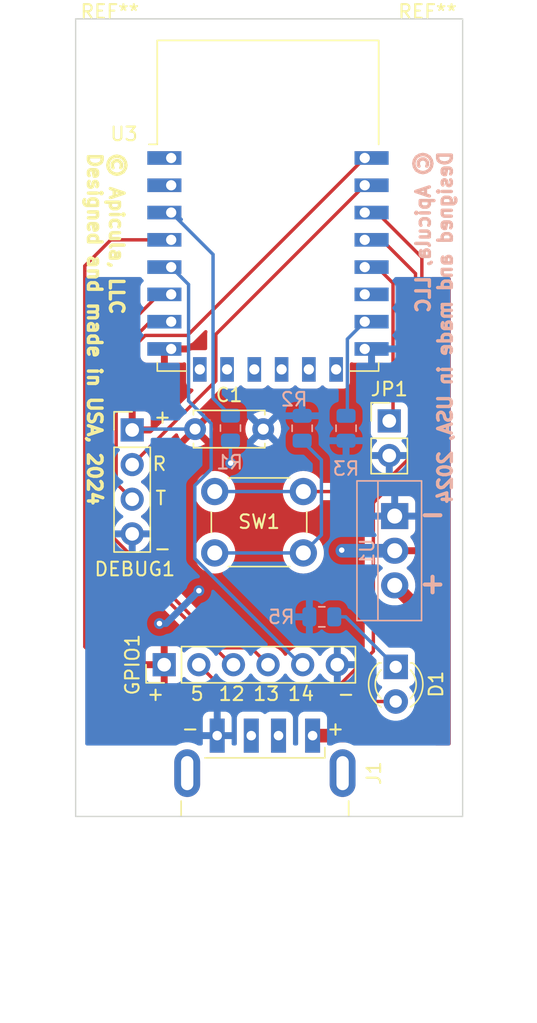
<source format=kicad_pcb>
(kicad_pcb (version 20240108) (generator "pcbnew") (generator_version "8.0")
  (layers (0 "F.Cu" signal) (31 "B.Cu" signal) (34 "B.Paste" user) (35 "F.Paste" user) (36 "B.SilkS" user "B.Silkscreen") (37 "F.SilkS" user "F.Silkscreen") (38 "B.Mask" user) (39 "F.Mask" user) (44 "Edge.Cuts" user))
  (net 0 "")
  (net 1 "GND")
  (net 2 "+3V3")
  (net 3 "Net-(D1-K)")
  (net 4 "+5V")
  (net 5 "Net-(D1-A)")
  (net 6 "Net-(DEBUG1-Pin_2)")
  (net 7 "Net-(R2-Pad2)")
  (net 8 "Net-(DEBUG1-Pin_3)")
  (net 9 "Net-(GPIO1-Pin_3)")
  (net 10 "Net-(GPIO1-Pin_4)")
  (net 11 "Net-(GPIO1-Pin_5)")
  (net 12 "Net-(GPIO1-Pin_2)")
  (net 15 "Net-(JP1-A)")
  (net 16 "Net-(U3-EN)")
  (net 17 "Net-(U3-GPIO15)")
  (net 18 "Net-(U3-GPIO4)")
  (footprint "Library:ESP-12E" (layer "F.Cu") (at 130.525 105.025)
    (property "Reference" "U3" (at -10.56 -5.26 0) (layer "F.SilkS"))
    (property "Value" "ESP-12F")
    (fp_line (start -8.12 -12.12) (end 8.12 -12.12) (stroke (width 0.12)) (layer "F.SilkS"))
    (fp_line (start -8.12 -4.5) (end -8.73 -4.5) (stroke (width 0.12)) (layer "F.SilkS"))
    (fp_line (start -8.12 -4.5) (end -8.12 -12.12) (stroke (width 0.12)) (layer "F.SilkS"))
    (fp_line (start -8.12 12.12) (end -8.12 11.5) (stroke (width 0.12)) (layer "F.SilkS"))
    (fp_line (start -6 12.12) (end -8.12 12.12) (stroke (width 0.12)) (layer "F.SilkS"))
    (fp_line (start 8.12 -12.12) (end 8.12 -4.5) (stroke (width 0.12)) (layer "F.SilkS"))
    (fp_line (start 8.12 11.5) (end 8.12 12.12) (stroke (width 0.12)) (layer "F.SilkS"))
    (fp_line (start 8.12 12.12) (end 6 12.12) (stroke (width 0.12)) (layer "F.SilkS"))
    (pad "1" thru_hole rect (at -7.1 -3.5) (size 2.5 1) (drill 0.75 (offset -0.5 0)) (layers "*.Cu" "*.Mask"))
    (pad "2" thru_hole rect (at -7.1 -1.5) (size 2.5 1) (drill 0.75 (offset -0.5 0)) (layers "*.Cu" "*.Mask"))
    (pad "3" thru_hole rect (at -7.1 0.5) (size 2.5 1) (drill 0.75 (offset -0.5 0)) (layers "*.Cu" "*.Mask") (net 16 "Net-(U3-EN)"))
    (pad "4" thru_hole rect (at -7.1 2.5) (size 2.5 1) (drill 0.75 (offset -0.5 0)) (layers "*.Cu" "*.Mask") (net 5 "Net-(D1-A)"))
    (pad "5" thru_hole rect (at -7.1 4.5) (size 2.5 1) (drill 0.75 (offset -0.5 0)) (layers "*.Cu" "*.Mask") (net 11 "Net-(GPIO1-Pin_5)"))
    (pad "6" thru_hole rect (at -7.1 6.5) (size 2.5 1) (drill 0.75 (offset -0.5 0)) (layers "*.Cu" "*.Mask") (net 9 "Net-(GPIO1-Pin_3)"))
    (pad "7" thru_hole rect (at -7.1 8.5) (size 2.5 1) (drill 0.75 (offset -0.5 0)) (layers "*.Cu" "*.Mask") (net 10 "Net-(GPIO1-Pin_4)"))
    (pad "8" thru_hole rect (at -7.1 10.5) (size 2.5 1) (drill 0.75 (offset -0.5 0)) (layers "*.Cu" "*.Mask") (net 2 "+3V3"))
    (pad "9" thru_hole rect (at -5 12) (size 1 1.8) (drill 0.75) (layers "*.Cu" "*.Mask"))
    (pad "10" thru_hole rect (at -3 12) (size 1 1.8) (drill 0.75) (layers "*.Cu" "*.Mask"))
    (pad "11" thru_hole rect (at -1 12) (size 1 1.8) (drill 0.75) (layers "*.Cu" "*.Mask"))
    (pad "12" thru_hole rect (at 1 12) (size 1 1.8) (drill 0.75) (layers "*.Cu" "*.Mask"))
    (pad "13" thru_hole rect (at 3 12) (size 1 1.8) (drill 0.75) (layers "*.Cu" "*.Mask"))
    (pad "14" thru_hole rect (at 5 12) (size 1 1.8) (drill 0.75) (layers "*.Cu" "*.Mask"))
    (pad "15" thru_hole rect (at 7.1 10.5) (size 2.5 1) (drill 0.75 (offset 0.5 0)) (layers "*.Cu" "*.Mask") (net 1 "GND"))
    (pad "16" thru_hole rect (at 7.1 8.5) (size 2.5 1) (drill 0.75 (offset 0.5 0)) (layers "*.Cu" "*.Mask") (net 17 "Net-(U3-GPIO15)"))
    (pad "17" thru_hole rect (at 7.1 6.5) (size 2.5 1) (drill 0.75 (offset 0.5 0)) (layers "*.Cu" "*.Mask"))
    (pad "18" thru_hole rect (at 7.1 4.5) (size 2.5 1) (drill 0.75 (offset 0.5 0)) (layers "*.Cu" "*.Mask") (net 15 "Net-(JP1-A)"))
    (pad "19" thru_hole rect (at 7.1 2.5) (size 2.5 1) (drill 0.75 (offset 0.5 0)) (layers "*.Cu" "*.Mask") (net 18 "Net-(U3-GPIO4)"))
    (pad "20" thru_hole rect (at 7.1 0.5) (size 2.5 1) (drill 0.75 (offset 0.5 0)) (layers "*.Cu" "*.Mask") (net 12 "Net-(GPIO1-Pin_2)"))
    (pad "21" thru_hole rect (at 7.1 -1.5) (size 2.5 1) (drill 0.75 (offset 0.5 0)) (layers "*.Cu" "*.Mask") (net 6 "Net-(DEBUG1-Pin_2)"))
    (pad "22" thru_hole rect (at 7.1 -3.5) (size 2.5 1) (drill 0.75 (offset 0.5 0)) (layers "*.Cu" "*.Mask") (net 8 "Net-(DEBUG1-Pin_3)"))
    (zone (net 0) (net_name "") (layers "*.Cu") (connect_pads (clearance 0)) (min_thickness 0.254)
      (keepout (tracks not_allowed) (vias not_allowed) (pads not_allowed) (copperpour not_allowed) (footprints not_allowed))
      (fill (thermal_gap 0.508) (thermal_bridge_width 0.508))
      (polygon (pts (xy 122.405 100.225) (xy 138.645 100.225) (xy 138.645 92.905) (xy 122.405 92.905)))
    )
  )
  (footprint "MountingHole:MountingHole_2.1mm" (layer "F.Cu") (at 118.92 93.99)
    (property "Reference" "REF**" (at 0 -3.2 0) (layer "F.SilkS"))
    (property "Value" "MountingHole_2.1mm")
    (pad "" np_thru_hole circle (at 0 0) (size 2.1 2.1) (drill 2.1) (layers "*.Cu" "*.Mask"))
  )
  (footprint "Button_Switch_THT:SW_PUSH_6mm" (layer "F.Cu") (at 126.62 125.98)
    (property "Reference" "SW1" (at 3.25 2.215657 0) (layer "F.SilkS"))
    (property "Value" "SETUP")
    (fp_line (start -0.25 1.5) (end -0.25 3) (stroke (width 0.12)) (layer "F.SilkS"))
    (fp_line (start 1 5.5) (end 5.5 5.5) (stroke (width 0.12)) (layer "F.SilkS"))
    (fp_line (start 5.5 -1) (end 1 -1) (stroke (width 0.12)) (layer "F.SilkS"))
    (fp_line (start 6.75 3) (end 6.75 1.5) (stroke (width 0.12)) (layer "F.SilkS"))
    (pad "1" thru_hole circle (at 0 0 90) (size 2 2) (drill 1.1) (layers "*.Cu" "*.Mask") (net 18 "Net-(U3-GPIO4)"))
    (pad "1" thru_hole circle (at 6.5 0 90) (size 2 2) (drill 1.1) (layers "*.Cu" "*.Mask") (net 18 "Net-(U3-GPIO4)"))
    (pad "2" thru_hole circle (at 0 4.5 90) (size 2 2) (drill 1.1) (layers "*.Cu" "*.Mask") (net 7 "Net-(R2-Pad2)"))
    (pad "2" thru_hole circle (at 6.5 4.5 90) (size 2 2) (drill 1.1) (layers "*.Cu" "*.Mask") (net 7 "Net-(R2-Pad2)"))
  )
  (footprint "Connector_PinHeader_2.54mm:PinHeader_1x02_P2.54mm_Vertical" (layer "F.Cu") (at 139.422747 120.800741)
    (property "Reference" "JP1" (at 0 -2.33 0) (layer "F.SilkS"))
    (property "Value" "FLASH")
    (fp_line (start -1.33 -1.33) (end 0 -1.33) (stroke (width 0.12)) (layer "F.SilkS"))
    (fp_line (start -1.33 0) (end -1.33 -1.33) (stroke (width 0.12)) (layer "F.SilkS"))
    (fp_line (start -1.33 1.27) (end -1.33 3.87) (stroke (width 0.12)) (layer "F.SilkS"))
    (fp_line (start -1.33 1.27) (end 1.33 1.27) (stroke (width 0.12)) (layer "F.SilkS"))
    (fp_line (start -1.33 3.87) (end 1.33 3.87) (stroke (width 0.12)) (layer "F.SilkS"))
    (fp_line (start 1.33 1.27) (end 1.33 3.87) (stroke (width 0.12)) (layer "F.SilkS"))
    (pad "1" thru_hole rect (at 0 0) (size 1.7 1.7) (drill 1) (layers "*.Cu" "*.Mask") (net 15 "Net-(JP1-A)"))
    (pad "2" thru_hole oval (at 0 2.54) (size 1.7 1.7) (drill 1) (layers "*.Cu" "*.Mask") (net 1 "GND"))
  )
  (footprint "Connector_USB:USB_A_CNCTech_1001-011-01101_Horizontal" (layer "F.Cu") (at 130.3 153.525 -90)
    (property "Reference" "J1" (at -6.9 -8 90) (layer "F.SilkS"))
    (property "Value" "VIN")
    (fp_line (start -4.85 6.145) (end -3.8 6.145) (stroke (width 0.12)) (layer "F.SilkS"))
    (fp_line (start -8.02 -4.4) (end -8.02 4.4) (stroke (width 0.12)) (layer "F.SilkS"))
    (fp_line (start -8.02 -4.4) (end -8.775 -4.4) (stroke (width 0.12)) (layer "F.SilkS"))
    (fp_line (start -4.85 -6.145) (end -3.8 -6.145) (stroke (width 0.12)) (layer "F.SilkS"))
    (pad "" np_thru_hole circle (at -6.9 -2.3 270) (size 1.1 1.1) (drill 1.1) (layers "*.Cu" "*.Mask"))
    (pad "" np_thru_hole circle (at -6.9 2.3 270) (size 1.1 1.1) (drill 1.1) (layers "*.Cu" "*.Mask"))
    (pad "1" thru_hole rect (at -9.65 -3.5 270) (size 2.5 1.1) (drill 0.7) (layers "*.Cu" "*.Mask") (net 4 "+5V"))
    (pad "2" thru_hole rect (at -9.65 -1 270) (size 2.5 1.1) (drill 0.7) (layers "*.Cu" "*.Mask"))
    (pad "3" thru_hole rect (at -9.65 1 270) (size 2.5 1.1) (drill 0.7) (layers "*.Cu" "*.Mask"))
    (pad "4" thru_hole rect (at -9.65 3.5 270) (size 2.5 1.1) (drill 0.7) (layers "*.Cu" "*.Mask") (net 1 "GND"))
    (pad "5" thru_hole oval (at -6.9 -5.7 270) (size 3.5 1.9) (drill oval 2.5 0.9) (layers "*.Cu" "*.Mask"))
    (pad "5" thru_hole oval (at -6.9 5.7 270) (size 3.5 1.9) (drill oval 2.5 0.9) (layers "*.Cu" "*.Mask"))
  )
  (footprint "LED_THT:LED_D3.0mm" (layer "F.Cu") (at 139.897697 138.833686 -90)
    (property "Reference" "D1" (at 1.27 -2.96 90) (layer "F.SilkS"))
    (property "Value" "LED")
    (fp_line (start -0.29 1.08) (end -0.29 1.236) (stroke (width 0.12)) (layer "F.SilkS"))
    (fp_line (start -0.29 -1.236) (end -0.29 -1.08) (stroke (width 0.12)) (layer "F.SilkS"))
    (fp_arc (start 2.31113 1.079837) (mid 1.270117 1.5) (end 0.229039 1.08) (stroke (width 0.12)) (layer "F.SilkS"))
    (fp_arc (start 2.942335 1.078608) (mid 1.366487 1.987659) (end -0.29 1.235516) (stroke (width 0.12)) (layer "F.SilkS"))
    (fp_arc (start 0.229039 -1.08) (mid 1.270117 -1.5) (end 2.31113 -1.079837) (stroke (width 0.12)) (layer "F.SilkS"))
    (fp_arc (start -0.29 -1.235516) (mid 1.366487 -1.987659) (end 2.942335 -1.078608) (stroke (width 0.12)) (layer "F.SilkS"))
    (pad "1" thru_hole rect (at 0 0 270) (size 1.8 1.8) (drill 0.9) (layers "*.Cu" "*.Mask") (net 3 "Net-(D1-K)"))
    (pad "2" thru_hole circle (at 2.54 0 270) (size 1.8 1.8) (drill 0.9) (layers "*.Cu" "*.Mask") (net 5 "Net-(D1-A)"))
  )
  (footprint "MountingHole:MountingHole_2.1mm" (layer "F.Cu") (at 118.92 147.16)
    (property "Reference" "REF1" (hide yes))
    (property "Value" "MountingHole_2.1mm")
    (pad "" np_thru_hole circle (at 0 0) (size 2.1 2.1) (drill 2.1) (layers "*.Cu" "*.Mask"))
  )
  (footprint "MountingHole:MountingHole_2.1mm" (layer "F.Cu") (at 142.23 147.16)
    (property "Reference" "REF2" (hide yes))
    (property "Value" "MountingHole_2.1mm")
    (pad "" np_thru_hole circle (at 0 0) (size 2.1 2.1) (drill 2.1) (layers "*.Cu" "*.Mask"))
  )
  (footprint "Connector_PinHeader_2.54mm:PinHeader_1x06_P2.54mm_Vertical" (layer "F.Cu") (at 122.911198 138.674188 90)
    (property "Reference" "GPIO1" (at 0 -2.33 90) (layer "F.SilkS"))
    (property "Value" "Conn_01x06")
    (fp_line (start -1.33 -1.33) (end 0 -1.33) (stroke (width 0.12)) (layer "F.SilkS"))
    (fp_line (start -1.33 0) (end -1.33 -1.33) (stroke (width 0.12)) (layer "F.SilkS"))
    (fp_line (start 1.33 1.27) (end 1.33 14.03) (stroke (width 0.12)) (layer "F.SilkS"))
    (fp_line (start -1.33 1.27) (end 1.33 1.27) (stroke (width 0.12)) (layer "F.SilkS"))
    (fp_line (start -1.33 1.27) (end -1.33 14.03) (stroke (width 0.12)) (layer "F.SilkS"))
    (fp_line (start -1.33 14.03) (end 1.33 14.03) (stroke (width 0.12)) (layer "F.SilkS"))
    (pad "1" thru_hole rect (at 0 0 90) (size 1.7 1.7) (drill 1) (layers "*.Cu" "*.Mask") (net 2 "+3V3"))
    (pad "2" thru_hole oval (at 0 2.54 90) (size 1.7 1.7) (drill 1) (layers "*.Cu" "*.Mask") (net 12 "Net-(GPIO1-Pin_2)"))
    (pad "3" thru_hole oval (at 0 5.08 90) (size 1.7 1.7) (drill 1) (layers "*.Cu" "*.Mask") (net 9 "Net-(GPIO1-Pin_3)"))
    (pad "4" thru_hole oval (at 0 7.62 90) (size 1.7 1.7) (drill 1) (layers "*.Cu" "*.Mask") (net 10 "Net-(GPIO1-Pin_4)"))
    (pad "5" thru_hole oval (at 0 10.16 90) (size 1.7 1.7) (drill 1) (layers "*.Cu" "*.Mask") (net 11 "Net-(GPIO1-Pin_5)"))
    (pad "6" thru_hole oval (at 0 12.7 90) (size 1.7 1.7) (drill 1) (layers "*.Cu" "*.Mask") (net 1 "GND"))
  )
  (footprint "Connector_PinHeader_2.54mm:PinHeader_1x04_P2.54mm_Vertical" (layer "F.Cu") (at 120.563406 121.463653)
    (property "Reference" "DEBUG1" (at 0.192594 10.202347 180) (layer "F.SilkS"))
    (property "Value" "Conn_01x04")
    (fp_line (start -1.33 -1.33) (end 0 -1.33) (stroke (width 0.12)) (layer "F.SilkS"))
    (fp_line (start -1.33 0) (end -1.33 -1.33) (stroke (width 0.12)) (layer "F.SilkS"))
    (fp_line (start -1.33 1.27) (end -1.33 8.95) (stroke (width 0.12)) (layer "F.SilkS"))
    (fp_line (start -1.33 1.27) (end 1.33 1.27) (stroke (width 0.12)) (layer "F.SilkS"))
    (fp_line (start -1.33 8.95) (end 1.33 8.95) (stroke (width 0.12)) (layer "F.SilkS"))
    (fp_line (start 1.33 1.27) (end 1.33 8.95) (stroke (width 0.12)) (layer "F.SilkS"))
    (pad "1" thru_hole rect (at 0 0) (size 1.7 1.7) (drill 1) (layers "*.Cu" "*.Mask") (net 2 "+3V3"))
    (pad "2" thru_hole oval (at 0 2.54) (size 1.7 1.7) (drill 1) (layers "*.Cu" "*.Mask") (net 6 "Net-(DEBUG1-Pin_2)"))
    (pad "3" thru_hole oval (at 0 5.08) (size 1.7 1.7) (drill 1) (layers "*.Cu" "*.Mask") (net 8 "Net-(DEBUG1-Pin_3)"))
    (pad "4" thru_hole oval (at 0 7.62) (size 1.7 1.7) (drill 1) (layers "*.Cu" "*.Mask") (net 1 "GND"))
  )
  (footprint "Capacitor_THT:C_Disc_D5.0mm_W2.5mm_P5.00mm" (layer "F.Cu") (at 125.177599 121.4028)
    (property "Reference" "C1" (at 2.5 -2.5 0) (layer "F.SilkS"))
    (property "Value" "50 mF")
    (fp_line (start -0.12 -1.37) (end -0.12 -1.055) (stroke (width 0.12)) (layer "F.SilkS"))
    (fp_line (start -0.12 -1.37) (end 5.12 -1.37) (stroke (width 0.12)) (layer "F.SilkS"))
    (fp_line (start -0.12 1.055) (end -0.12 1.37) (stroke (width 0.12)) (layer "F.SilkS"))
    (fp_line (start -0.12 1.37) (end 5.12 1.37) (stroke (width 0.12)) (layer "F.SilkS"))
    (fp_line (start 5.12 -1.37) (end 5.12 -1.055) (stroke (width 0.12)) (layer "F.SilkS"))
    (fp_line (start 5.12 1.055) (end 5.12 1.37) (stroke (width 0.12)) (layer "F.SilkS"))
    (pad "1" thru_hole circle (at 0 0) (size 1.6 1.6) (drill 0.8) (layers "*.Cu" "*.Mask") (net 2 "+3V3"))
    (pad "2" thru_hole circle (at 5 0) (size 1.6 1.6) (drill 0.8) (layers "*.Cu" "*.Mask") (net 1 "GND"))
  )
  (footprint "MountingHole:MountingHole_2.1mm" (layer "F.Cu") (at 142.23 93.99)
    (property "Reference" "REF**" (at 0 -3.2 0) (layer "F.SilkS"))
    (property "Value" "MountingHole_2.1mm")
    (pad "" np_thru_hole circle (at 0 0) (size 2.1 2.1) (drill 2.1) (layers "*.Cu" "*.Mask"))
  )
  (footprint "Resistor_SMD:R_0805_2012Metric" (layer "B.Cu") (at 133.032151 121.339513 -90)
    (property "Reference" "R2" (at -2.119513 0.592151 180) (layer "B.SilkS") (effects (justify mirror)))
    (property "Value" "10K")
    (fp_line (start -0.227064 0.735) (end 0.227064 0.735) (stroke (width 0.12)) (layer "B.SilkS"))
    (fp_line (start -0.227064 -0.735) (end 0.227064 -0.735) (stroke (width 0.12)) (layer "B.SilkS"))
    (pad "1" smd roundrect (at -0.9125 0 270) (size 1.025 1.4) (layers "B.Cu" "B.Paste" "B.Mask") (roundrect_rratio 0.243902439) (net 1 "GND"))
    (pad "2" smd roundrect (at 0.9125 0 270) (size 1.025 1.4) (layers "B.Cu" "B.Paste" "B.Mask") (roundrect_rratio 0.243902439) (net 7 "Net-(R2-Pad2)"))
  )
  (footprint "Resistor_SMD:R_0805_2012Metric" (layer "B.Cu") (at 127.77269 121.327663 90)
    (property "Reference" "R1" (at -2.509233 -0.059859 0) (layer "B.SilkS") (effects (justify mirror)))
    (property "Value" "10K")
    (fp_line (start -0.227064 -0.735) (end 0.227064 -0.735) (stroke (width 0.12)) (layer "B.SilkS"))
    (fp_line (start -0.227064 0.735) (end 0.227064 0.735) (stroke (width 0.12)) (layer "B.SilkS"))
    (pad "1" smd roundrect (at -0.9125 0 90) (size 1.025 1.4) (layers "B.Cu" "B.Paste" "B.Mask") (roundrect_rratio 0.243902439) (net 2 "+3V3"))
    (pad "2" smd roundrect (at 0.9125 0 90) (size 1.025 1.4) (layers "B.Cu" "B.Paste" "B.Mask") (roundrect_rratio 0.243902439) (net 16 "Net-(U3-EN)"))
  )
  (footprint "Resistor_SMD:R_0805_2012Metric" (layer "B.Cu") (at 134.474777 135.16524 180)
    (property "Reference" "R5" (at 2.971064 -0.010964 0) (layer "B.SilkS") (effects (justify mirror)))
    (property "Value" "R")
    (fp_line (start -0.227064 0.735) (end 0.227064 0.735) (stroke (width 0.12)) (layer "B.SilkS"))
    (fp_line (start -0.227064 -0.735) (end 0.227064 -0.735) (stroke (width 0.12)) (layer "B.SilkS"))
    (pad "1" smd roundrect (at -0.9125 0 180) (size 1.025 1.4) (layers "B.Cu" "B.Paste" "B.Mask") (roundrect_rratio 0.243902439) (net 3 "Net-(D1-K)"))
    (pad "2" smd roundrect (at 0.9125 0 180) (size 1.025 1.4) (layers "B.Cu" "B.Paste" "B.Mask") (roundrect_rratio 0.243902439) (net 1 "GND"))
  )
  (footprint "Package_TO_SOT_THT:TO-262-3_Vertical" (layer "B.Cu") (at 139.822747 127.778763 -90)
    (property "Reference" "U1" (at 2.65 2.02 90) (layer "B.SilkS") (effects (justify mirror)))
    (property "Value" "AMS1117-3.3")
    (fp_line (start -2.58 2.77) (end 7.66 2.77) (stroke (width 0.12)) (layer "B.SilkS"))
    (fp_line (start -2.58 2.77) (end -2.58 -1.971) (stroke (width 0.12)) (layer "B.SilkS"))
    (fp_line (start 7.66 2.77) (end 7.66 -1.971) (stroke (width 0.12)) (layer "B.SilkS"))
    (fp_line (start -2.58 1.23) (end 7.66 1.23) (stroke (width 0.12)) (layer "B.SilkS"))
    (fp_line (start -2.58 -1.971) (end 7.66 -1.971) (stroke (width 0.12)) (layer "B.SilkS"))
    (pad "1" thru_hole rect (at 0 0 270) (size 1.905 2) (drill 1.1) (layers "*.Cu" "*.Mask") (net 1 "GND"))
    (pad "2" thru_hole oval (at 2.54 0 270) (size 1.905 2) (drill 1.1) (layers "*.Cu" "*.Mask") (net 2 "+3V3"))
    (pad "3" thru_hole oval (at 5.08 0 270) (size 1.905 2) (drill 1.1) (layers "*.Cu" "*.Mask") (net 4 "+5V"))
  )
  (footprint "Resistor_SMD:R_0805_2012Metric" (layer "B.Cu") (at 136.253671 121.339513 90)
    (property "Reference" "R3" (at -2.960487 -0.003671 0) (layer "B.SilkS") (effects (justify mirror)))
    (property "Value" "10K")
    (fp_line (start -0.227064 -0.735) (end 0.227064 -0.735) (stroke (width 0.12)) (layer "B.SilkS"))
    (fp_line (start -0.227064 0.735) (end 0.227064 0.735) (stroke (width 0.12)) (layer "B.SilkS"))
    (pad "1" smd roundrect (at -0.9125 0 90) (size 1.025 1.4) (layers "B.Cu" "B.Paste" "B.Mask") (roundrect_rratio 0.243902439) (net 1 "GND"))
    (pad "2" smd roundrect (at 0.9125 0 90) (size 1.025 1.4) (layers "B.Cu" "B.Paste" "B.Mask") (roundrect_rratio 0.243902439) (net 17 "Net-(U3-GPIO15)"))
  )
  (gr_rect (start 116.415 91.325) (end 144.805404 149.8) (stroke (width 0.1)) (fill none) (layer "Edge.Cuts"))
  (gr_text "-" (at 142.6 127.61 0) (layer "B.SilkS") (effects (font (size 1.5 1.5) (thickness 0.3)) (justify mirror)))
  (gr_text "© Apicula, LLC\nDesigned and made in USA, 2024" (at 142.72 100.91 -270) (layer "B.SilkS") (effects (font (size 1 1) (thickness 0.25)) (justify left mirror)))
  (gr_text "+" (at 142.6 132.69 0) (layer "B.SilkS") (effects (font (size 1.5 1.5) (thickness 0.3)) (justify mirror)))
  (gr_text "© Apicula, LLC\nDesigned and made in USA, 2024" (at 118.61 101.03 270) (layer "F.SilkS") (effects (font (size 1 1) (thickness 0.25)) (justify left)))
  (gr_text "13" (at 130.408 140.81 0) (layer "F.SilkS") (effects (font (size 1 1))))
  (gr_text "-" (at 136.25 140.81 0) (layer "F.SilkS") (effects (font (size 1 1))))
  (gr_text "T" (at 122.665511 126.461866 0) (layer "F.SilkS") (effects (font (size 1 1))))
  (gr_text "-" (at 122.788 130.142 0) (layer "F.SilkS") (effects (font (size 1 1))))
  (gr_text "+" (at 122.28 140.81 0) (layer "F.SilkS") (effects (font (size 1 1))))
  (gr_text "R" (at 122.56084 123.949778 0) (layer "F.SilkS") (effects (font (size 1 1))))
  (gr_text "+" (at 122.788 120.49 0) (layer "F.SilkS") (effects (font (size 1 1))))
  (gr_text "+" (at 135.48 143.35 0) (layer "F.SilkS") (effects (font (size 1 1))))
  (gr_text "-" (at 124.82 143.35 0) (layer "F.SilkS") (effects (font (size 1 1))))
  (gr_text "5" (at 125.328 140.81 0) (layer "F.SilkS") (effects (font (size 1 1))))
  (gr_text "14" (at 132.948 140.81 0) (layer "F.SilkS") (effects (font (size 1 1))))
  (gr_text "12" (at 127.868 140.81 0) (layer "F.SilkS") (effects (font (size 1 1))))
  (via (at 127.787339 123.89374) (size 0.8) (drill 0.4) (layers "F.Cu" "B.Cu") (net 2))
  (via (at 122.56189 135.656193) (size 0.8) (drill 0.4) (layers "F.Cu" "B.Cu") (net 2))
  (via (at 135.936223 130.274441) (size 0.8) (drill 0.4) (layers "F.Cu" "B.Cu") (net 2))
  (via (at 125.457769 133.248775) (size 0.8) (drill 0.4) (layers "F.Cu" "B.Cu") (net 2))
  (segment (start 123.050351 135.656193) (end 125.457769 133.248775) (width 0.5) (layer "B.Cu") (net 2))
  (segment (start 122.56189 135.656193) (end 123.050351 135.656193) (width 0.5) (layer "B.Cu") (net 2))
  (segment (start 139.822747 130.318763) (end 135.980545 130.318763) (width 1) (layer "B.Cu") (net 2))
  (segment (start 127.77269 123.879091) (end 127.787339 123.89374) (width 0.25) (layer "B.Cu") (net 2))
  (segment (start 135.980545 130.318763) (end 135.936223 130.274441) (width 0.25) (layer "B.Cu") (net 2))
  (segment (start 127.77269 122.240163) (end 127.77269 123.879091) (width 0.25) (layer "B.Cu") (net 2))
  (segment (start 125.177599 121.4028) (end 120.624259 121.4028) (width 0.25) (layer "B.Cu") (net 2))
  (segment (start 120.624259 121.4028) (end 120.563406 121.463653) (width 0.25) (layer "B.Cu") (net 2))
  (segment (start 139.897697 138.833686) (end 136.229251 135.16524) (width 0.25) (layer "B.Cu") (net 3))
  (segment (start 136.229251 135.16524) (end 135.387277 135.16524) (width 0.25) (layer "B.Cu") (net 3))
  (segment (start 141.893717 143.875) (end 141.893717 134.929733) (width 1) (layer "F.Cu") (net 4))
  (segment (start 133.8 143.875) (end 141.893717 143.875) (width 1) (layer "F.Cu") (net 4))
  (segment (start 141.893717 134.929733) (end 139.822747 132.858763) (width 1) (layer "F.Cu") (net 4))
  (segment (start 117.085712 109.439599) (end 119.000311 107.525) (width 0.25) (layer "F.Cu") (net 5))
  (segment (start 121.105883 141.373686) (end 117.085712 137.353515) (width 0.25) (layer "F.Cu") (net 5))
  (segment (start 119.000311 107.525) (end 123.425 107.525) (width 0.25) (layer "F.Cu") (net 5))
  (segment (start 117.085712 137.353515) (end 117.085712 109.439599) (width 0.25) (layer "F.Cu") (net 5))
  (segment (start 139.897697 141.373686) (end 121.105883 141.373686) (width 0.25) (layer "F.Cu") (net 5))
  (segment (start 126.7 114.45) (end 137.625 103.525) (width 0.25) (layer "F.Cu") (net 6))
  (segment (start 120.563406 124.003653) (end 126.7 117.867059) (width 0.25) (layer "F.Cu") (net 6))
  (segment (start 126.7 117.867059) (end 126.7 114.45) (width 0.25) (layer "F.Cu") (net 6))
  (segment (start 134.445 123.664862) (end 133.032151 122.252013) (width 0.25) (layer "B.Cu") (net 7))
  (segment (start 126.62 130.48) (end 133.12 130.48) (width 0.25) (layer "B.Cu") (net 7))
  (segment (start 133.12 130.48) (end 134.445 129.155) (width 0.25) (layer "B.Cu") (net 7))
  (segment (start 134.445 129.155) (end 134.445 123.664862) (width 0.25) (layer "B.Cu") (net 7))
  (segment (start 124.617171 114.532829) (end 121.517171 114.532829) (width 0.25) (layer "F.Cu") (net 8))
  (segment (start 119.388406 125.368653) (end 120.563406 126.543653) (width 0.25) (layer "F.Cu") (net 8))
  (segment (start 119.411138 116.638862) (end 119.411138 117.001723) (width 0.25) (layer "F.Cu") (net 8))
  (segment (start 119.411138 117.001723) (end 119.388406 117.024455) (width 0.25) (layer "F.Cu") (net 8))
  (segment (start 119.388406 117.024455) (end 119.388406 125.368653) (width 0.25) (layer "F.Cu") (net 8))
  (segment (start 121.517171 114.532829) (end 119.411138 116.638862) (width 0.25) (layer "F.Cu") (net 8))
  (segment (start 137.625 101.525) (end 124.617171 114.532829) (width 0.25) (layer "F.Cu") (net 8))
  (segment (start 117.884114 128.701752) (end 127.85655 138.674188) (width 0.25) (layer "F.Cu") (net 9))
  (segment (start 127.85655 138.674188) (end 127.991198 138.674188) (width 0.25) (layer "F.Cu") (net 9))
  (segment (start 122.525 111.525) (end 117.884114 116.165886) (width 0.25) (layer "F.Cu") (net 9))
  (segment (start 117.884114 116.165886) (end 117.884114 128.701752) (width 0.25) (layer "F.Cu") (net 9))
  (segment (start 123.425 111.525) (end 122.525 111.525) (width 0.25) (layer "F.Cu") (net 9))
  (segment (start 127.253641 137.435589) (end 129.292599 137.435589) (width 0.25) (layer "F.Cu") (net 10))
  (segment (start 123.425 113.525) (end 121.88931 113.525) (width 0.25) (layer "F.Cu") (net 10))
  (segment (start 118.333615 117.080695) (end 118.333615 128.515563) (width 0.25) (layer "F.Cu") (net 10))
  (segment (start 121.88931 113.525) (end 118.333615 117.080695) (width 0.25) (layer "F.Cu") (net 10))
  (segment (start 118.333615 128.515563) (end 127.253641 137.435589) (width 0.25) (layer "F.Cu") (net 10))
  (segment (start 129.292599 137.435589) (end 130.531198 138.674188) (width 0.25) (layer "F.Cu") (net 10))
  (segment (start 126.354692 124.341489) (end 125.158121 125.53806) (width 0.25) (layer "B.Cu") (net 11))
  (segment (start 125.158121 125.53806) (end 125.158121 130.891954) (width 0.25) (layer "B.Cu") (net 11))
  (segment (start 123.425 109.525) (end 124.7 110.8) (width 0.25) (layer "B.Cu") (net 11))
  (segment (start 132.940355 138.674188) (end 133.071198 138.674188) (width 0.25) (layer "B.Cu") (net 11))
  (segment (start 124.7 119.33421) (end 126.354692 120.988902) (width 0.25) (layer "B.Cu") (net 11))
  (segment (start 125.158121 130.891954) (end 132.940355 138.674188) (width 0.25) (layer "B.Cu") (net 11))
  (segment (start 124.7 110.8) (end 124.7 119.33421) (width 0.25) (layer "B.Cu") (net 11))
  (segment (start 126.354692 120.988902) (end 126.354692 124.341489) (width 0.25) (layer "B.Cu") (net 11))
  (segment (start 135.615619 140.331468) (end 138.255868 137.691219) (width 0.25) (layer "F.Cu") (net 12))
  (segment (start 141.814659 108.814659) (end 138.525 105.525) (width 0.25) (layer "F.Cu") (net 12))
  (segment (start 138.255868 137.691219) (end 138.255868 126.805011) (width 0.25) (layer "F.Cu") (net 12))
  (segment (start 141.814659 123.24622) (end 141.814659 108.814659) (width 0.25) (layer "F.Cu") (net 12))
  (segment (start 127.108478 140.331468) (end 135.615619 140.331468) (width 0.25) (layer "F.Cu") (net 12))
  (segment (start 138.255868 126.805011) (end 141.814659 123.24622) (width 0.25) (layer "F.Cu") (net 12))
  (segment (start 138.525 105.525) (end 137.625 105.525) (width 0.25) (layer "F.Cu") (net 12))
  (segment (start 125.451198 138.674188) (end 127.108478 140.331468) (width 0.25) (layer "F.Cu") (net 12))
  (segment (start 139.422747 120.800741) (end 139.7 120.523488) (width 0.25) (layer "F.Cu") (net 15))
  (segment (start 138.525 109.525) (end 137.625 109.525) (width 0.25) (layer "F.Cu") (net 15))
  (segment (start 139.7 110.7) (end 138.525 109.525) (width 0.25) (layer "F.Cu") (net 15))
  (segment (start 139.7 120.523488) (end 139.7 110.7) (width 0.25) (layer "F.Cu") (net 15))
  (segment (start 123.653764 105.525) (end 123.425 105.525) (width 0.25) (layer "B.Cu") (net 16))
  (segment (start 127.77269 120.415163) (end 126.496405 119.138878) (width 0.25) (layer "B.Cu") (net 16))
  (segment (start 123.425 105.525) (end 124.158768 106.030004) (width 0.25) (layer "B.Cu") (net 16))
  (segment (start 126.496405 108.596405) (end 123.425 105.525) (width 0.25) (layer "B.Cu") (net 16))
  (segment (start 126.496405 119.138878) (end 126.496405 108.596405) (width 0.25) (layer "B.Cu") (net 16))
  (segment (start 124.158768 106.030004) (end 123.653764 105.525) (width 0.25) (layer "B.Cu") (net 16))
  (segment (start 136.35 120.330684) (end 136.35 114.8) (width 0.25) (layer "B.Cu") (net 17))
  (segment (start 136.253671 120.427013) (end 136.35 120.330684) (width 0.25) (layer "B.Cu") (net 17))
  (segment (start 136.35 114.8) (end 137.625 113.525) (width 0.25) (layer "B.Cu") (net 17))
  (segment (start 141.35 110) (end 138.875 107.525) (width 0.25) (layer "F.Cu") (net 18))
  (segment (start 138.875 107.525) (end 138.125 107.525) (width 0.25) (layer "F.Cu") (net 18))
  (segment (start 133.12 125.98) (end 138.445189 125.98) (width 0.25) (layer "F.Cu") (net 18))
  (segment (start 138.445189 125.98) (end 141.35 123.075189) (width 0.25) (layer "F.Cu") (net 18))
  (segment (start 141.35 123.075189) (end 141.35 110) (width 0.25) (layer "F.Cu") (net 18))
  (segment (start 126.62 125.98) (end 133.12 125.98) (width 0.25) (layer "B.Cu") (net 18))
  (zone (net 2) (net_name "+3V3") (layer "F.Cu") (connect_pads (clearance 0.508)) (min_thickness 0.254) (fill yes (thermal_gap 0.508) (thermal_bridge_width 0.508))
    (polygon (pts (xy 143.935 144.6) (xy 117.1 144.6) (xy 117.1 110.25) (xy 143.935 110.25)))
  )
  (zone (net 1) (net_name "GND") (layer "B.Cu") (connect_pads (clearance 0.508)) (min_thickness 0.254) (fill yes (thermal_gap 0.508) (thermal_bridge_width 0.508))
    (polygon (pts (xy 143.905 144.6) (xy 117.12 144.6) (xy 117.12 110.25) (xy 143.905 110.25)))
  )
)
</source>
